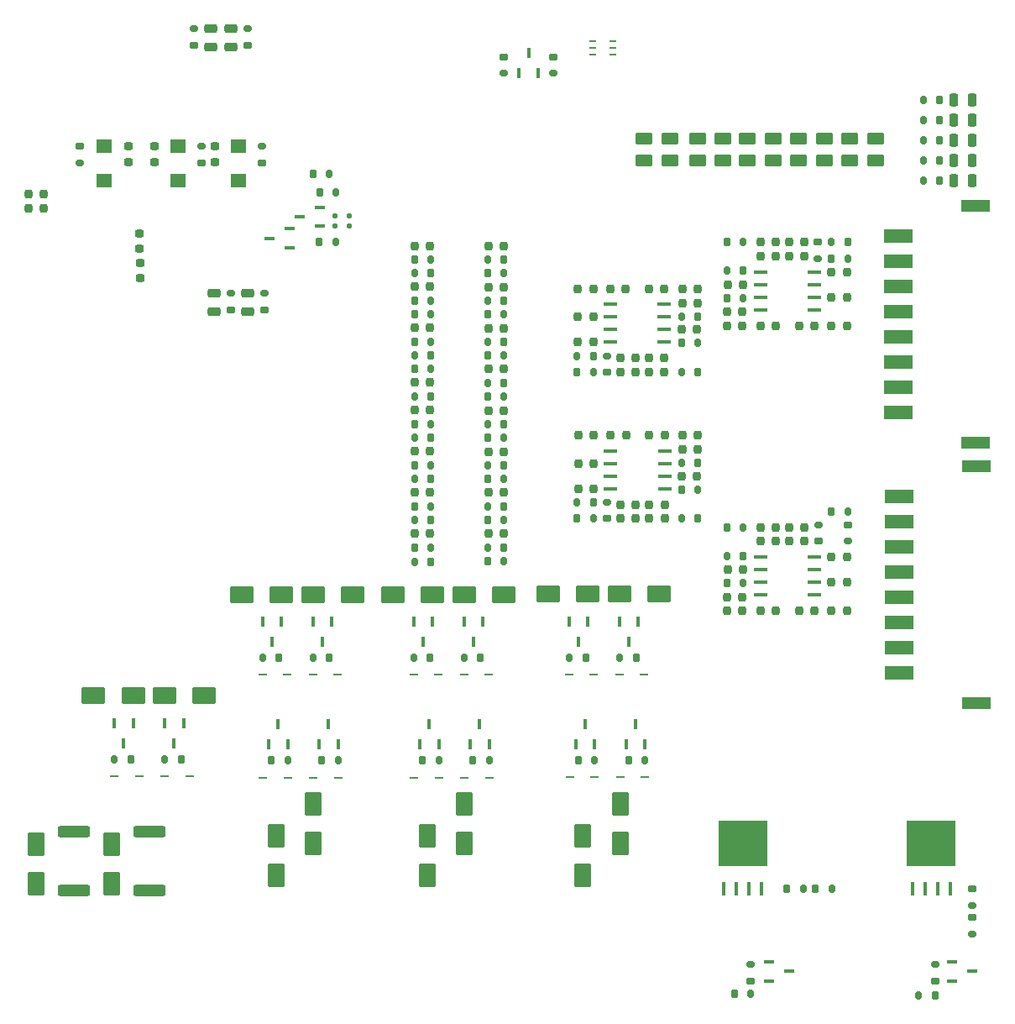
<source format=gbr>
%TF.GenerationSoftware,KiCad,Pcbnew,8.0.4*%
%TF.CreationDate,2024-10-07T11:54:38+07:00*%
%TF.ProjectId,System_Control,53797374-656d-45f4-936f-6e74726f6c2e,rev?*%
%TF.SameCoordinates,Original*%
%TF.FileFunction,Paste,Bot*%
%TF.FilePolarity,Positive*%
%FSLAX46Y46*%
G04 Gerber Fmt 4.6, Leading zero omitted, Abs format (unit mm)*
G04 Created by KiCad (PCBNEW 8.0.4) date 2024-10-07 11:54:38*
%MOMM*%
%LPD*%
G01*
G04 APERTURE LIST*
G04 Aperture macros list*
%AMRoundRect*
0 Rectangle with rounded corners*
0 $1 Rounding radius*
0 $2 $3 $4 $5 $6 $7 $8 $9 X,Y pos of 4 corners*
0 Add a 4 corners polygon primitive as box body*
4,1,4,$2,$3,$4,$5,$6,$7,$8,$9,$2,$3,0*
0 Add four circle primitives for the rounded corners*
1,1,$1+$1,$2,$3*
1,1,$1+$1,$4,$5*
1,1,$1+$1,$6,$7*
1,1,$1+$1,$8,$9*
0 Add four rect primitives between the rounded corners*
20,1,$1+$1,$2,$3,$4,$5,0*
20,1,$1+$1,$4,$5,$6,$7,0*
20,1,$1+$1,$6,$7,$8,$9,0*
20,1,$1+$1,$8,$9,$2,$3,0*%
G04 Aperture macros list end*
%ADD10RoundRect,0.170600X0.170600X0.244100X-0.170600X0.244100X-0.170600X-0.244100X0.170600X-0.244100X0*%
%ADD11RoundRect,0.174600X0.174600X0.249600X-0.174600X0.249600X-0.174600X-0.249600X0.174600X-0.249600X0*%
%ADD12RoundRect,0.235889X0.613311X-0.963311X0.613311X0.963311X-0.613311X0.963311X-0.613311X-0.963311X0*%
%ADD13R,0.431800X1.066800*%
%ADD14RoundRect,0.218350X-0.430850X0.218350X-0.430850X-0.218350X0.430850X-0.218350X0.430850X0.218350X0*%
%ADD15RoundRect,0.170600X-0.170600X-0.244100X0.170600X-0.244100X0.170600X0.244100X-0.170600X0.244100X0*%
%ADD16RoundRect,0.174600X-0.174600X-0.249600X0.174600X-0.249600X0.174600X0.249600X-0.174600X0.249600X0*%
%ADD17RoundRect,0.199600X0.199600X0.224600X-0.199600X0.224600X-0.199600X-0.224600X0.199600X-0.224600X0*%
%ADD18RoundRect,0.235889X-0.963311X-0.613311X0.963311X-0.613311X0.963311X0.613311X-0.963311X0.613311X0*%
%ADD19RoundRect,0.199600X-0.224600X0.199600X-0.224600X-0.199600X0.224600X-0.199600X0.224600X0.199600X0*%
%ADD20RoundRect,0.170600X-0.244100X0.170600X-0.244100X-0.170600X0.244100X-0.170600X0.244100X0.170600X0*%
%ADD21RoundRect,0.174600X-0.249600X0.174600X-0.249600X-0.174600X0.249600X-0.174600X0.249600X0.174600X0*%
%ADD22RoundRect,0.109600X-0.159600X0.109600X-0.159600X-0.109600X0.159600X-0.109600X0.159600X0.109600X0*%
%ADD23R,1.358900X0.431800*%
%ADD24RoundRect,0.199600X-0.199600X-0.224600X0.199600X-0.224600X0.199600X0.224600X-0.199600X0.224600X0*%
%ADD25RoundRect,0.207128X-0.647072X-0.402072X0.647072X-0.402072X0.647072X0.402072X-0.647072X0.402072X0*%
%ADD26RoundRect,0.207128X0.647072X0.402072X-0.647072X0.402072X-0.647072X-0.402072X0.647072X-0.402072X0*%
%ADD27R,0.812800X0.254000*%
%ADD28RoundRect,0.170600X0.244100X-0.170600X0.244100X0.170600X-0.244100X0.170600X-0.244100X-0.170600X0*%
%ADD29RoundRect,0.174600X0.249600X-0.174600X0.249600X0.174600X-0.249600X0.174600X-0.249600X-0.174600X0*%
%ADD30RoundRect,0.218350X-0.218350X-0.430850X0.218350X-0.430850X0.218350X0.430850X-0.218350X0.430850X0*%
%ADD31RoundRect,0.229266X-1.394934X0.332434X-1.394934X-0.332434X1.394934X-0.332434X1.394934X0.332434X0*%
%ADD32R,1.066800X0.431800*%
%ADD33R,0.635000X0.254000*%
%ADD34RoundRect,0.235889X0.963311X0.613311X-0.963311X0.613311X-0.963311X-0.613311X0.963311X-0.613311X0*%
%ADD35R,0.431800X1.422400*%
%ADD36R,5.029200X4.546600*%
%ADD37RoundRect,0.199600X0.224600X-0.199600X0.224600X0.199600X-0.224600X0.199600X-0.224600X-0.199600X0*%
%ADD38RoundRect,0.218350X0.218350X0.430850X-0.218350X0.430850X-0.218350X-0.430850X0.218350X-0.430850X0*%
%ADD39R,2.898400X1.298400*%
%ADD40R,2.898400X1.398400*%
%ADD41R,1.598400X1.398400*%
G04 APERTURE END LIST*
D10*
%TO.C,R106*%
X195153000Y-138710000D03*
D11*
X193503000Y-138710000D03*
%TD*%
D12*
%TO.C,D50*%
X194817400Y-171911798D03*
X194817400Y-175911798D03*
%TD*%
D13*
%TO.C,Q9*%
X214203600Y-150314200D03*
X216103602Y-150314200D03*
X215153601Y-152346200D03*
%TD*%
D14*
%TO.C,D10*%
X173285200Y-117264700D03*
X173285200Y-119139700D03*
%TD*%
D15*
%TO.C,R69*%
X225026000Y-114990000D03*
D16*
X226676000Y-114990000D03*
%TD*%
D13*
%TO.C,Q17*%
X198507400Y-150333599D03*
X200407402Y-150333599D03*
X199457401Y-152365599D03*
%TD*%
D17*
%TO.C,C134*%
X214834850Y-131576200D03*
X213284850Y-131576200D03*
%TD*%
D15*
%TO.C,R87*%
X193503000Y-115228600D03*
D16*
X195153000Y-115228600D03*
%TD*%
D15*
%TO.C,R94*%
X200895400Y-126279400D03*
D16*
X202545400Y-126279400D03*
%TD*%
D15*
%TO.C,R141*%
X214203600Y-153946400D03*
D16*
X215853600Y-153946400D03*
%TD*%
D18*
%TO.C,D22*%
X211023602Y-147590000D03*
X207023602Y-147590000D03*
%TD*%
D10*
%TO.C,R115*%
X202545400Y-131814800D03*
D11*
X200895400Y-131814800D03*
%TD*%
D19*
%TO.C,C33*%
X164674600Y-102454200D03*
X164674600Y-104004200D03*
%TD*%
D10*
%TO.C,R107*%
X202545400Y-135955000D03*
D11*
X200895400Y-135955000D03*
%TD*%
D17*
%TO.C,C82*%
X237116000Y-149241000D03*
X235566000Y-149241000D03*
%TD*%
D10*
%TO.C,R76*%
X211564000Y-139932800D03*
D11*
X209914000Y-139932800D03*
%TD*%
D10*
%TO.C,R96*%
X195153000Y-117983600D03*
D11*
X193503000Y-117983600D03*
%TD*%
D20*
%TO.C,R62*%
X212937175Y-123549800D03*
D21*
X212937175Y-125199800D03*
%TD*%
D20*
%TO.C,R7*%
X176726000Y-90569300D03*
D21*
X176726000Y-92219300D03*
%TD*%
D10*
%TO.C,R58*%
X211550600Y-125199800D03*
D11*
X209900600Y-125199800D03*
%TD*%
D15*
%TO.C,R2*%
X244838000Y-97729800D03*
D16*
X246488000Y-97729800D03*
%TD*%
D10*
%TO.C,R40*%
X226676000Y-140859000D03*
D11*
X225026000Y-140859000D03*
%TD*%
D22*
%TO.C,R14*%
X185528000Y-109462600D03*
X185528000Y-110482600D03*
%TD*%
D10*
%TO.C,R136*%
X180727400Y-164315000D03*
D11*
X179077400Y-164315000D03*
%TD*%
D13*
%TO.C,Q7*%
X211663600Y-162709400D03*
X209763598Y-162709400D03*
X210713599Y-160677400D03*
%TD*%
D23*
%TO.C,U10*%
X218733150Y-133176400D03*
X218733150Y-134446400D03*
X218733150Y-135716400D03*
X218733150Y-136986400D03*
X213284850Y-136986400D03*
X213284850Y-135716400D03*
X213284850Y-134446400D03*
X213284850Y-133176400D03*
%TD*%
D15*
%TO.C,R1*%
X244838000Y-103825800D03*
D16*
X246488000Y-103825800D03*
%TD*%
D24*
%TO.C,C58*%
X225126000Y-145100800D03*
X226676000Y-145100800D03*
%TD*%
D15*
%TO.C,R110*%
X200895400Y-117999000D03*
D16*
X202545400Y-117999000D03*
%TD*%
D25*
%TO.C,C4*%
X232252600Y-103865300D03*
X234852600Y-103865300D03*
%TD*%
D15*
%TO.C,R5*%
X244838000Y-105857800D03*
D16*
X246488000Y-105857800D03*
%TD*%
D26*
%TO.C,C7*%
X229671400Y-103865300D03*
X227071400Y-103865300D03*
%TD*%
D24*
%TO.C,C130*%
X210014000Y-131576200D03*
X211564000Y-131576200D03*
%TD*%
%TO.C,C45*%
X220540600Y-116779800D03*
X222090600Y-116779800D03*
%TD*%
D15*
%TO.C,R50*%
X220440600Y-119587400D03*
D16*
X222090600Y-119587400D03*
%TD*%
D10*
%TO.C,R17*%
X185616000Y-107038000D03*
D11*
X183966000Y-107038000D03*
%TD*%
D26*
%TO.C,C3*%
X224632600Y-101630100D03*
X222032600Y-101630100D03*
%TD*%
D13*
%TO.C,Q15*%
X195967400Y-162728400D03*
X194067398Y-162728400D03*
X195017399Y-160696400D03*
%TD*%
D15*
%TO.C,R161*%
X193427400Y-153972999D03*
D16*
X195077400Y-153972999D03*
%TD*%
D27*
%TO.C,D21*%
X178187400Y-155692999D03*
X180676600Y-155692999D03*
%TD*%
D28*
%TO.C,R52*%
X237216000Y-142230600D03*
D29*
X237216000Y-140580600D03*
%TD*%
D24*
%TO.C,C122*%
X217183150Y-139932800D03*
X218733150Y-139932800D03*
%TD*%
D10*
%TO.C,R12*%
X184930200Y-105190200D03*
D11*
X183280200Y-105190200D03*
%TD*%
D27*
%TO.C,D24*%
X211663600Y-166036800D03*
X209174400Y-166036800D03*
%TD*%
D15*
%TO.C,R174*%
X168318600Y-164209199D03*
D16*
X169968600Y-164209199D03*
%TD*%
D13*
%TO.C,Q14*%
X163238600Y-160569799D03*
X165138602Y-160569799D03*
X164188601Y-162601799D03*
%TD*%
D20*
%TO.C,R6*%
X171290400Y-90569300D03*
D21*
X171290400Y-92219300D03*
%TD*%
D17*
%TO.C,C146*%
X195053000Y-120740400D03*
X193503000Y-120740400D03*
%TD*%
D15*
%TO.C,R108*%
X200895400Y-134585200D03*
D16*
X202545400Y-134585200D03*
%TD*%
D15*
%TO.C,R46*%
X220440600Y-125199800D03*
D16*
X222090600Y-125199800D03*
%TD*%
D27*
%TO.C,D53*%
X168318600Y-165929199D03*
X170807800Y-165929199D03*
%TD*%
D10*
%TO.C,R135*%
X211663600Y-164296000D03*
D11*
X210013600Y-164296000D03*
%TD*%
D17*
%TO.C,C121*%
X237116000Y-117643400D03*
X235566000Y-117643400D03*
%TD*%
%TO.C,C53*%
X215830800Y-123790200D03*
X214280800Y-123790200D03*
%TD*%
D10*
%TO.C,R18*%
X185539800Y-112067200D03*
D11*
X183889800Y-112067200D03*
%TD*%
D24*
%TO.C,C144*%
X200995400Y-137340200D03*
X202545400Y-137340200D03*
%TD*%
%TO.C,C50*%
X231285800Y-140859000D03*
X232835800Y-140859000D03*
%TD*%
D20*
%TO.C,R198*%
X227424400Y-184888401D03*
D21*
X227424400Y-186538401D03*
%TD*%
D10*
%TO.C,R90*%
X195153000Y-130404200D03*
D11*
X193503000Y-130404200D03*
%TD*%
D24*
%TO.C,C149*%
X200995400Y-116613800D03*
X202545400Y-116613800D03*
%TD*%
D10*
%TO.C,R74*%
X226676000Y-117756800D03*
D11*
X225026000Y-117756800D03*
%TD*%
D17*
%TO.C,C113*%
X229946850Y-120539000D03*
X228396850Y-120539000D03*
%TD*%
D13*
%TO.C,Q19*%
X201047400Y-162728400D03*
X199147398Y-162728400D03*
X200097399Y-160696400D03*
%TD*%
D30*
%TO.C,D5*%
X247925500Y-105857800D03*
X249800500Y-105857800D03*
%TD*%
D13*
%TO.C,Q10*%
X183267400Y-150333599D03*
X185167402Y-150333599D03*
X184217401Y-152365599D03*
%TD*%
D27*
%TO.C,D52*%
X198507400Y-155692999D03*
X200996600Y-155692999D03*
%TD*%
%TO.C,D32*%
X216743600Y-166036800D03*
X214254400Y-166036800D03*
%TD*%
D24*
%TO.C,C118*%
X210014000Y-134446400D03*
X211564000Y-134446400D03*
%TD*%
D15*
%TO.C,R193*%
X244342600Y-188015000D03*
D16*
X245992600Y-188015000D03*
%TD*%
D27*
%TO.C,D45*%
X163238600Y-165929199D03*
X165727800Y-165929199D03*
%TD*%
D17*
%TO.C,C117*%
X237116000Y-115103400D03*
X235566000Y-115103400D03*
%TD*%
D20*
%TO.C,R59*%
X234245200Y-140580600D03*
D21*
X234245200Y-142230600D03*
%TD*%
D27*
%TO.C,D20*%
X209123600Y-155673600D03*
X211612800Y-155673600D03*
%TD*%
D28*
%TO.C,R26*%
X159786000Y-104104200D03*
D29*
X159786000Y-102454200D03*
%TD*%
D26*
%TO.C,C5*%
X224632600Y-103865300D03*
X222032600Y-103865300D03*
%TD*%
D10*
%TO.C,R199*%
X232720200Y-177296500D03*
D11*
X231070200Y-177296500D03*
%TD*%
D17*
%TO.C,C151*%
X195053000Y-141492200D03*
X193503000Y-141492200D03*
%TD*%
D15*
%TO.C,R105*%
X193503000Y-140083400D03*
D16*
X195153000Y-140083400D03*
%TD*%
D10*
%TO.C,R99*%
X202545400Y-140095200D03*
D11*
X200895400Y-140095200D03*
%TD*%
D10*
%TO.C,R47*%
X226676000Y-146484200D03*
D11*
X225026000Y-146484200D03*
%TD*%
D27*
%TO.C,D33*%
X185807400Y-166055800D03*
X183318200Y-166055800D03*
%TD*%
D10*
%TO.C,R167*%
X195967400Y-164315000D03*
D11*
X194317400Y-164315000D03*
%TD*%
D24*
%TO.C,C110*%
X217183150Y-131576200D03*
X218733150Y-131576200D03*
%TD*%
%TO.C,C114*%
X210014000Y-136986400D03*
X211564000Y-136986400D03*
%TD*%
D10*
%TO.C,R148*%
X185807400Y-164315000D03*
D11*
X184157400Y-164315000D03*
%TD*%
D15*
%TO.C,R4*%
X244838000Y-101793800D03*
D16*
X246488000Y-101793800D03*
%TD*%
D10*
%TO.C,R101*%
X202545400Y-123509000D03*
D11*
X200895400Y-123509000D03*
%TD*%
D17*
%TO.C,C97*%
X226576000Y-119116600D03*
X225026000Y-119116600D03*
%TD*%
D24*
%TO.C,C73*%
X210000600Y-119650000D03*
X211550600Y-119650000D03*
%TD*%
%TO.C,C77*%
X217169750Y-125199800D03*
X218719750Y-125199800D03*
%TD*%
D15*
%TO.C,R129*%
X209123600Y-153946400D03*
D16*
X210773600Y-153946400D03*
%TD*%
D24*
%TO.C,C152*%
X200995400Y-129059800D03*
X202545400Y-129059800D03*
%TD*%
D13*
%TO.C,Q11*%
X216743600Y-162709400D03*
X214843598Y-162709400D03*
X215793599Y-160677400D03*
%TD*%
D17*
%TO.C,C150*%
X195053000Y-126252200D03*
X193503000Y-126252200D03*
%TD*%
D28*
%TO.C,R202*%
X202508800Y-95088200D03*
D29*
X202508800Y-93438200D03*
%TD*%
D12*
%TO.C,D58*%
X198558200Y-168736000D03*
X198558200Y-172736000D03*
%TD*%
D10*
%TO.C,R197*%
X235603200Y-177296500D03*
D11*
X233953200Y-177296500D03*
%TD*%
D31*
%TO.C,R182*%
X166776400Y-171510000D03*
X166776400Y-177435000D03*
%TD*%
D10*
%TO.C,R93*%
X202545400Y-127674600D03*
D11*
X200895400Y-127674600D03*
%TD*%
D32*
%TO.C,Q1*%
X183955400Y-108582598D03*
X183955400Y-110482600D03*
X181923400Y-109532599D03*
%TD*%
D13*
%TO.C,Q8*%
X180727400Y-162728400D03*
X178827398Y-162728400D03*
X179777399Y-160696400D03*
%TD*%
D27*
%TO.C,D44*%
X193427400Y-155692999D03*
X195916600Y-155692999D03*
%TD*%
D33*
%TO.C,D11*%
X213544200Y-91862400D03*
X213544200Y-92522800D03*
X213544200Y-93183200D03*
X211461400Y-93183200D03*
X211461400Y-92522800D03*
X211461400Y-91862400D03*
%TD*%
D34*
%TO.C,D31*%
X183267400Y-147590798D03*
X187267400Y-147590798D03*
%TD*%
D12*
%TO.C,D27*%
X179559000Y-171911798D03*
X179559000Y-175911798D03*
%TD*%
D10*
%TO.C,R45*%
X222090600Y-122252600D03*
D11*
X220440600Y-122252600D03*
%TD*%
D24*
%TO.C,C69*%
X210000600Y-122190000D03*
X211550600Y-122190000D03*
%TD*%
D35*
%TO.C,Q22*%
X247554800Y-177296500D03*
X246284800Y-177296500D03*
X245014800Y-177296500D03*
X243744800Y-177296500D03*
D36*
X245649800Y-172685200D03*
%TD*%
D37*
%TO.C,C15*%
X167264400Y-104004200D03*
X167264400Y-102454200D03*
%TD*%
D26*
%TO.C,C8*%
X240034600Y-101630100D03*
X237434600Y-101630100D03*
%TD*%
D15*
%TO.C,R39*%
X225026000Y-143717400D03*
D16*
X226676000Y-143717400D03*
%TD*%
D38*
%TO.C,D1*%
X249800500Y-103825800D03*
X247925500Y-103825800D03*
%TD*%
D24*
%TO.C,C65*%
X217169750Y-116779800D03*
X218719750Y-116779800D03*
%TD*%
%TO.C,C137*%
X232295150Y-120539000D03*
X233845150Y-120539000D03*
%TD*%
D15*
%TO.C,R64*%
X220454000Y-139932800D03*
D16*
X222104000Y-139932800D03*
%TD*%
D27*
%TO.C,D56*%
X201047400Y-166055800D03*
X198558200Y-166055800D03*
%TD*%
D15*
%TO.C,R113*%
X193503000Y-144299800D03*
D16*
X195153000Y-144299800D03*
%TD*%
D24*
%TO.C,C153*%
X200995400Y-112473600D03*
X202545400Y-112473600D03*
%TD*%
D17*
%TO.C,C57*%
X215830800Y-125199800D03*
X214280800Y-125199800D03*
%TD*%
%TO.C,C147*%
X195053000Y-137326600D03*
X193503000Y-137326600D03*
%TD*%
%TO.C,C133*%
X237116000Y-120539000D03*
X235566000Y-120539000D03*
%TD*%
D24*
%TO.C,C140*%
X200995400Y-141480400D03*
X202545400Y-141480400D03*
%TD*%
D15*
%TO.C,R162*%
X163238600Y-164209199D03*
D16*
X164888600Y-164209199D03*
%TD*%
D12*
%TO.C,D59*%
X162966400Y-172747500D03*
X162966400Y-176747500D03*
%TD*%
D35*
%TO.C,Q23*%
X228530200Y-177296500D03*
X227260200Y-177296500D03*
X225990200Y-177296500D03*
X224720200Y-177296500D03*
D36*
X226625200Y-172685200D03*
%TD*%
D37*
%TO.C,C154*%
X165817600Y-115751400D03*
X165817600Y-114201400D03*
%TD*%
D34*
%TO.C,D54*%
X198507400Y-147590798D03*
X202507400Y-147590798D03*
%TD*%
D17*
%TO.C,C78*%
X229946850Y-142230600D03*
X228396850Y-142230600D03*
%TD*%
D38*
%TO.C,D3*%
X249800500Y-99761800D03*
X247925500Y-99761800D03*
%TD*%
%TO.C,D4*%
X249800500Y-101793800D03*
X247925500Y-101793800D03*
%TD*%
D15*
%TO.C,R92*%
X200895400Y-142865600D03*
D16*
X202545400Y-142865600D03*
%TD*%
D28*
%TO.C,R86*%
X234204825Y-113756200D03*
D29*
X234204825Y-112106200D03*
%TD*%
D17*
%TO.C,C106*%
X222004000Y-135716400D03*
X220454000Y-135716400D03*
%TD*%
D14*
%TO.C,D9*%
X176688800Y-117264700D03*
X176688800Y-119139700D03*
%TD*%
D28*
%TO.C,R196*%
X249739200Y-181815600D03*
D29*
X249739200Y-180165600D03*
%TD*%
D15*
%TO.C,R100*%
X200895400Y-138725400D03*
D16*
X202545400Y-138725400D03*
%TD*%
D37*
%TO.C,C16*%
X173361400Y-104004200D03*
X173361400Y-102454200D03*
%TD*%
D15*
%TO.C,R97*%
X193503000Y-135943200D03*
D16*
X195153000Y-135943200D03*
%TD*%
D20*
%TO.C,R15*%
X172014200Y-102454200D03*
D21*
X172014200Y-104104200D03*
%TD*%
D19*
%TO.C,C157*%
X165766800Y-111242000D03*
X165766800Y-112792000D03*
%TD*%
D14*
%TO.C,D8*%
X175012400Y-90569300D03*
X175012400Y-92444300D03*
%TD*%
D24*
%TO.C,C85*%
X210000600Y-116779800D03*
X211550600Y-116779800D03*
%TD*%
%TO.C,C90*%
X220554000Y-131576200D03*
X222104000Y-131576200D03*
%TD*%
D15*
%TO.C,R111*%
X193503000Y-127623800D03*
D16*
X195153000Y-127623800D03*
%TD*%
D17*
%TO.C,C74*%
X229946850Y-140859000D03*
X228396850Y-140859000D03*
%TD*%
D18*
%TO.C,D46*%
X195327402Y-147590798D03*
X191327402Y-147590798D03*
%TD*%
D23*
%TO.C,U6*%
X228396850Y-147640800D03*
X228396850Y-146370800D03*
X228396850Y-145100800D03*
X228396850Y-143830800D03*
X233845150Y-143830800D03*
X233845150Y-145100800D03*
X233845150Y-146370800D03*
X233845150Y-147640800D03*
%TD*%
D17*
%TO.C,C102*%
X215844200Y-139932800D03*
X214294200Y-139932800D03*
%TD*%
D25*
%TO.C,C2*%
X216693800Y-103865300D03*
X219293800Y-103865300D03*
%TD*%
D17*
%TO.C,C34*%
X156102400Y-107280200D03*
X154552400Y-107280200D03*
%TD*%
D15*
%TO.C,R82*%
X235566000Y-112106200D03*
D16*
X237216000Y-112106200D03*
%TD*%
D32*
%TO.C,Q21*%
X247707200Y-186540800D03*
X247707200Y-184640798D03*
X249739200Y-185590799D03*
%TD*%
D12*
%TO.C,D51*%
X155378200Y-172747500D03*
X155378200Y-176747500D03*
%TD*%
D17*
%TO.C,C125*%
X229946850Y-112106200D03*
X228396850Y-112106200D03*
%TD*%
D10*
%TO.C,R114*%
X195153000Y-142875600D03*
D11*
X193503000Y-142875600D03*
%TD*%
D10*
%TO.C,R95*%
X195153000Y-119355200D03*
D11*
X193503000Y-119355200D03*
%TD*%
D17*
%TO.C,C142*%
X195053000Y-116600200D03*
X193503000Y-116600200D03*
%TD*%
D24*
%TO.C,C109*%
X225126000Y-116373400D03*
X226676000Y-116373400D03*
%TD*%
D12*
%TO.C,D34*%
X214254400Y-168717000D03*
X214254400Y-172717000D03*
%TD*%
D17*
%TO.C,C62*%
X229946850Y-149241000D03*
X228396850Y-149241000D03*
%TD*%
D14*
%TO.C,D7*%
X172980400Y-90569300D03*
X172980400Y-92444300D03*
%TD*%
D27*
%TO.C,D28*%
X214203600Y-155673600D03*
X216692800Y-155673600D03*
%TD*%
D28*
%TO.C,R201*%
X207538000Y-95088200D03*
D29*
X207538000Y-93438200D03*
%TD*%
D10*
%TO.C,R63*%
X222104000Y-137074400D03*
D11*
X220454000Y-137074400D03*
%TD*%
D17*
%TO.C,C129*%
X229946850Y-113477800D03*
X228396850Y-113477800D03*
%TD*%
D20*
%TO.C,R195*%
X245991800Y-184890800D03*
D21*
X245991800Y-186540800D03*
%TD*%
D20*
%TO.C,R83*%
X212925175Y-138282800D03*
D21*
X212925175Y-139932800D03*
%TD*%
D13*
%TO.C,Q18*%
X168318600Y-160569799D03*
X170218602Y-160569799D03*
X169268601Y-162601799D03*
%TD*%
D27*
%TO.C,D25*%
X180727400Y-166055800D03*
X178238200Y-166055800D03*
%TD*%
D31*
%TO.C,R170*%
X159156400Y-171510000D03*
X159156400Y-177435000D03*
%TD*%
D10*
%TO.C,R109*%
X202545400Y-119368800D03*
D11*
X200895400Y-119368800D03*
%TD*%
D39*
%TO.C,J12*%
X250109800Y-108436600D03*
X250109800Y-132336600D03*
D40*
X242309800Y-129276600D03*
X242309800Y-126736600D03*
X242309800Y-124196600D03*
X242309800Y-121656600D03*
X242309800Y-119116600D03*
X242309800Y-116576600D03*
X242309800Y-114036600D03*
X242309800Y-111496600D03*
%TD*%
D10*
%TO.C,R98*%
X195153000Y-134569800D03*
D11*
X193503000Y-134569800D03*
%TD*%
D13*
%TO.C,Q6*%
X178187400Y-150333599D03*
X180087402Y-150333599D03*
X179137401Y-152365599D03*
%TD*%
D41*
%TO.C,SW1*%
X169625600Y-105854200D03*
X169625600Y-102454200D03*
%TD*%
D15*
%TO.C,R142*%
X183267400Y-153972999D03*
D16*
X184917400Y-153972999D03*
%TD*%
D15*
%TO.C,R102*%
X200895400Y-122139200D03*
D16*
X202545400Y-122139200D03*
%TD*%
D17*
%TO.C,C35*%
X156102400Y-108677200D03*
X154552400Y-108677200D03*
%TD*%
%TO.C,C93*%
X226576000Y-120539000D03*
X225026000Y-120539000D03*
%TD*%
D41*
%TO.C,SW3*%
X162186400Y-102454800D03*
X162186400Y-105854800D03*
%TD*%
D10*
%TO.C,R91*%
X202545400Y-144235400D03*
D11*
X200895400Y-144235400D03*
%TD*%
D15*
%TO.C,R89*%
X193503000Y-131803000D03*
D16*
X195153000Y-131803000D03*
%TD*%
D24*
%TO.C,C86*%
X232295150Y-149241000D03*
X233845150Y-149241000D03*
%TD*%
D27*
%TO.C,D48*%
X195967400Y-166055800D03*
X193478200Y-166055800D03*
%TD*%
D17*
%TO.C,C89*%
X214821450Y-116779800D03*
X213271450Y-116779800D03*
%TD*%
%TO.C,C98*%
X215844200Y-138586600D03*
X214294200Y-138586600D03*
%TD*%
D15*
%TO.C,R103*%
X193503000Y-123497200D03*
D16*
X195153000Y-123497200D03*
%TD*%
D24*
%TO.C,C141*%
X200995400Y-124894200D03*
X202545400Y-124894200D03*
%TD*%
D27*
%TO.C,D29*%
X183267400Y-155692999D03*
X185756600Y-155692999D03*
%TD*%
D24*
%TO.C,C49*%
X220540600Y-118253000D03*
X222090600Y-118253000D03*
%TD*%
D23*
%TO.C,U13*%
X228396850Y-118913400D03*
X228396850Y-117643400D03*
X228396850Y-116373400D03*
X228396850Y-115103400D03*
X233845150Y-115103400D03*
X233845150Y-116373400D03*
X233845150Y-117643400D03*
X233845150Y-118913400D03*
%TD*%
D10*
%TO.C,R179*%
X201047400Y-164315000D03*
D11*
X199397400Y-164315000D03*
%TD*%
D24*
%TO.C,C101*%
X231285800Y-113477800D03*
X232835800Y-113477800D03*
%TD*%
D17*
%TO.C,C61*%
X221990600Y-120920000D03*
X220440600Y-120920000D03*
%TD*%
D15*
%TO.C,R57*%
X209900600Y-123549800D03*
D16*
X211550600Y-123549800D03*
%TD*%
D24*
%TO.C,C148*%
X200995400Y-133200000D03*
X202545400Y-133200000D03*
%TD*%
D15*
%TO.C,R130*%
X178187400Y-153972999D03*
D16*
X179837400Y-153972999D03*
%TD*%
D10*
%TO.C,R70*%
X226676000Y-112106200D03*
D11*
X225026000Y-112106200D03*
%TD*%
D18*
%TO.C,D47*%
X165138602Y-157826998D03*
X161138602Y-157826998D03*
%TD*%
D26*
%TO.C,C10*%
X240034600Y-103865300D03*
X237434600Y-103865300D03*
%TD*%
D10*
%TO.C,R112*%
X195153000Y-124880600D03*
D11*
X193503000Y-124880600D03*
%TD*%
D17*
%TO.C,C139*%
X195053000Y-129020800D03*
X193503000Y-129020800D03*
%TD*%
%TO.C,C66*%
X237116000Y-143830800D03*
X235566000Y-143830800D03*
%TD*%
D32*
%TO.C,Q2*%
X180930600Y-110760000D03*
X180930600Y-112660002D03*
X178898600Y-111710001D03*
%TD*%
D41*
%TO.C,SW2*%
X175748000Y-105854200D03*
X175748000Y-102454200D03*
%TD*%
D20*
%TO.C,R27*%
X178402400Y-117264700D03*
D21*
X178402400Y-118914700D03*
%TD*%
D24*
%TO.C,C145*%
X200995400Y-120754000D03*
X202545400Y-120754000D03*
%TD*%
D15*
%TO.C,R75*%
X209914000Y-138282800D03*
D16*
X211564000Y-138282800D03*
%TD*%
D25*
%TO.C,C6*%
X232252600Y-101630100D03*
X234852600Y-101630100D03*
%TD*%
D24*
%TO.C,C94*%
X220554000Y-132998600D03*
X222104000Y-132998600D03*
%TD*%
D20*
%TO.C,R28*%
X174998800Y-117264700D03*
D21*
X174998800Y-118914700D03*
%TD*%
D15*
%TO.C,R118*%
X200895400Y-113858800D03*
D16*
X202545400Y-113858800D03*
%TD*%
D32*
%TO.C,Q24*%
X229241400Y-186540800D03*
X229241400Y-184640798D03*
X231273400Y-185590799D03*
%TD*%
D34*
%TO.C,D55*%
X168318600Y-157826998D03*
X172318600Y-157826998D03*
%TD*%
D15*
%TO.C,R173*%
X198507400Y-153972999D03*
D16*
X200157400Y-153972999D03*
%TD*%
D10*
%TO.C,R88*%
X195153000Y-113858800D03*
D11*
X193503000Y-113858800D03*
%TD*%
D15*
%TO.C,R116*%
X200895400Y-130445000D03*
D16*
X202545400Y-130445000D03*
%TD*%
D34*
%TO.C,D30*%
X214203600Y-147590000D03*
X218203600Y-147590000D03*
%TD*%
D25*
%TO.C,C1*%
X216693800Y-101630100D03*
X219293800Y-101630100D03*
%TD*%
D13*
%TO.C,Q5*%
X209123600Y-150314200D03*
X211023602Y-150314200D03*
X210073601Y-152346200D03*
%TD*%
D10*
%TO.C,R81*%
X237216000Y-113756200D03*
D11*
X235566000Y-113756200D03*
%TD*%
D28*
%TO.C,R194*%
X249739200Y-178946500D03*
D29*
X249739200Y-177296500D03*
%TD*%
D10*
%TO.C,R117*%
X202545400Y-115228600D03*
D11*
X200895400Y-115228600D03*
%TD*%
D13*
%TO.C,Q12*%
X185807400Y-162728400D03*
X183907398Y-162728400D03*
X184857399Y-160696400D03*
%TD*%
D39*
%TO.C,J11*%
X250196400Y-134661400D03*
X250196400Y-158561400D03*
D40*
X242396400Y-155501400D03*
X242396400Y-152961400D03*
X242396400Y-150421400D03*
X242396400Y-147881400D03*
X242396400Y-145341400D03*
X242396400Y-142801400D03*
X242396400Y-140261400D03*
X242396400Y-137721400D03*
%TD*%
D10*
%TO.C,R104*%
X195153000Y-122123800D03*
D11*
X193503000Y-122123800D03*
%TD*%
D10*
%TO.C,R51*%
X237216000Y-139270600D03*
D11*
X235566000Y-139270600D03*
%TD*%
D17*
%TO.C,C46*%
X226576000Y-147869400D03*
X225026000Y-147869400D03*
%TD*%
D23*
%TO.C,U9*%
X218719750Y-118380000D03*
X218719750Y-119650000D03*
X218719750Y-120920000D03*
X218719750Y-122190000D03*
X213271450Y-122190000D03*
X213271450Y-120920000D03*
X213271450Y-119650000D03*
X213271450Y-118380000D03*
%TD*%
D15*
%TO.C,R3*%
X244838000Y-99761800D03*
D16*
X246488000Y-99761800D03*
%TD*%
D24*
%TO.C,C126*%
X217183150Y-138586600D03*
X218733150Y-138586600D03*
%TD*%
D12*
%TO.C,D35*%
X183318200Y-168736000D03*
X183318200Y-172736000D03*
%TD*%
D15*
%TO.C,R71*%
X220454000Y-134358400D03*
D16*
X222104000Y-134358400D03*
%TD*%
D22*
%TO.C,R13*%
X186927200Y-109462600D03*
X186927200Y-110482600D03*
%TD*%
D10*
%TO.C,R200*%
X227424400Y-187860800D03*
D11*
X225774400Y-187860800D03*
%TD*%
D24*
%TO.C,C81*%
X217169750Y-123790200D03*
X218719750Y-123790200D03*
%TD*%
D17*
%TO.C,C143*%
X195053000Y-133186400D03*
X193503000Y-133186400D03*
%TD*%
D13*
%TO.C,Q13*%
X193427400Y-150333599D03*
X195327402Y-150333599D03*
X194377401Y-152365599D03*
%TD*%
D10*
%TO.C,R147*%
X216743600Y-164296000D03*
D11*
X215093600Y-164296000D03*
%TD*%
D18*
%TO.C,D23*%
X180087402Y-147590798D03*
X176087402Y-147590798D03*
%TD*%
D17*
%TO.C,C70*%
X237116000Y-146370800D03*
X235566000Y-146370800D03*
%TD*%
D20*
%TO.C,R16*%
X178162000Y-102454200D03*
D21*
X178162000Y-104104200D03*
%TD*%
D13*
%TO.C,D62*%
X205975000Y-95088200D03*
X204074998Y-95088200D03*
X205024999Y-93056200D03*
%TD*%
D26*
%TO.C,C9*%
X229671400Y-101630100D03*
X227071400Y-101630100D03*
%TD*%
D24*
%TO.C,C54*%
X231285800Y-142230600D03*
X232835800Y-142230600D03*
%TD*%
D17*
%TO.C,C138*%
X195053000Y-112473600D03*
X193503000Y-112473600D03*
%TD*%
D24*
%TO.C,C105*%
X231285800Y-112106200D03*
X232835800Y-112106200D03*
%TD*%
D38*
%TO.C,D2*%
X249800500Y-97729800D03*
X247925500Y-97729800D03*
%TD*%
D17*
%TO.C,C42*%
X226576000Y-149241000D03*
X225026000Y-149241000D03*
%TD*%
D12*
%TO.C,D26*%
X210496200Y-171911000D03*
X210496200Y-175911000D03*
%TD*%
M02*

</source>
